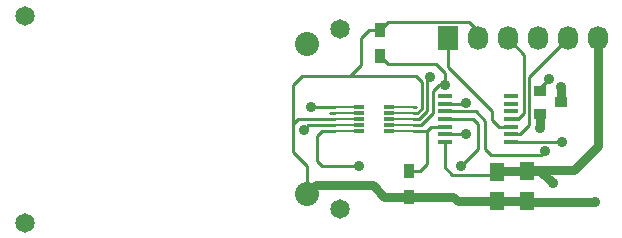
<source format=gtl>
%FSLAX46Y46*%
G04 Gerber Fmt 4.6, Leading zero omitted, Abs format (unit mm)*
G04 Created by KiCad (PCBNEW (2014-jul-16 BZR unknown)-product) date Fri 27 Mar 2015 10:35:30 AM EDT*
%MOMM*%
G01*
G04 APERTURE LIST*
%ADD10C,0.100000*%
%ADD11R,1.250000X1.500000*%
%ADD12R,1.300480X0.299720*%
%ADD13C,2.032000*%
%ADD14C,1.651000*%
%ADD15R,0.900000X1.200000*%
%ADD16R,0.825000X0.300000*%
%ADD17R,1.727200X2.032000*%
%ADD18O,1.727200X2.032000*%
%ADD19R,1.000760X0.822960*%
%ADD20C,0.889000*%
%ADD21C,0.762000*%
%ADD22C,0.254000*%
%ADD23C,0.152400*%
G04 APERTURE END LIST*
D10*
D11*
X182499000Y-84422300D03*
X182499000Y-81922300D03*
X185013600Y-84371500D03*
X185013600Y-81871500D03*
D12*
X183642000Y-79400400D03*
X183642000Y-78765400D03*
X183642000Y-78105000D03*
X183642000Y-77470000D03*
X183642000Y-76809600D03*
X183642000Y-76161900D03*
X183642000Y-75514200D03*
X178054000Y-75514200D03*
X178054000Y-76161900D03*
X178054000Y-76809600D03*
X178054000Y-77470000D03*
X178054000Y-78117700D03*
X178054000Y-78765400D03*
X178054000Y-79413100D03*
D13*
X166370000Y-83820000D03*
X166370000Y-71120000D03*
D14*
X142494000Y-86233000D03*
X142494000Y-68707000D03*
D15*
X172593000Y-69893000D03*
X172593000Y-72093000D03*
X175006000Y-84031000D03*
X175006000Y-81831000D03*
D16*
X173325000Y-76470000D03*
X173325000Y-76970000D03*
X173325000Y-77470000D03*
X173325000Y-77970000D03*
X173325000Y-78470000D03*
X170845000Y-78470000D03*
X170845000Y-77970000D03*
X170845000Y-77470000D03*
X170845000Y-76970000D03*
X170845000Y-76470000D03*
D14*
X169164000Y-69850000D03*
X169164000Y-85090000D03*
D17*
X178308000Y-70612000D03*
D18*
X180848000Y-70612000D03*
X183388000Y-70612000D03*
X185928000Y-70612000D03*
X188468000Y-70612000D03*
X191008000Y-70612000D03*
D19*
X186095640Y-77012800D03*
X186095640Y-75107800D03*
X187871100Y-76060300D03*
D20*
X190754000Y-84455000D03*
X187960000Y-79375000D03*
X187210700Y-82918300D03*
X186118500Y-78206600D03*
X176784000Y-73914000D03*
X166116000Y-78359000D03*
X166751000Y-76454000D03*
X186928760Y-74038460D03*
X179832000Y-76073000D03*
X186563000Y-80137000D03*
X179451000Y-81407000D03*
X170815000Y-81407000D03*
X178054000Y-74549000D03*
X179832000Y-78740000D03*
X187883800Y-74739500D03*
D21*
X182499000Y-84422300D02*
X184962800Y-84422300D01*
X184962800Y-84422300D02*
X185013600Y-84371500D01*
X182486300Y-84435000D02*
X179177000Y-84435000D01*
X178773000Y-84031000D02*
X175006000Y-84031000D01*
X179177000Y-84435000D02*
X178773000Y-84031000D01*
X182486300Y-84435000D02*
X182499000Y-84422300D01*
X182549800Y-84371500D02*
X182499000Y-84422300D01*
X190754000Y-84455000D02*
X185097100Y-84455000D01*
X185097100Y-84455000D02*
X185013600Y-84371500D01*
X190754000Y-84455000D02*
X190734000Y-84435000D01*
D22*
X187934600Y-79400400D02*
X187960000Y-79375000D01*
X183388000Y-79400400D02*
X187934600Y-79400400D01*
X180848000Y-70612000D02*
X180848000Y-69977000D01*
X180848000Y-69977000D02*
X180086000Y-69215000D01*
X180086000Y-69215000D02*
X173271000Y-69215000D01*
X173271000Y-69215000D02*
X172593000Y-69893000D01*
X172593000Y-69893000D02*
X171661000Y-69893000D01*
X170942000Y-72898000D02*
X170053000Y-73787000D01*
X170942000Y-70612000D02*
X170942000Y-72898000D01*
X171661000Y-69893000D02*
X170942000Y-70612000D01*
X165989000Y-73787000D02*
X165227000Y-74549000D01*
X165227000Y-77851000D02*
X165227000Y-74549000D01*
X176149000Y-74295000D02*
X175641000Y-73787000D01*
X175641000Y-73787000D02*
X170053000Y-73787000D01*
X170053000Y-73787000D02*
X165989000Y-73787000D01*
X176149000Y-74295000D02*
X176149000Y-76581000D01*
X175760000Y-76970000D02*
X176149000Y-76581000D01*
D23*
X173325000Y-76970000D02*
X175387000Y-76970000D01*
D22*
X175387000Y-76970000D02*
X175760000Y-76970000D01*
X176149000Y-76581000D02*
X176149000Y-76200000D01*
D23*
X170845000Y-77470000D02*
X168783000Y-77470000D01*
D22*
X165608000Y-77470000D02*
X165227000Y-77851000D01*
X168783000Y-77470000D02*
X165608000Y-77470000D01*
X166370000Y-83820000D02*
X166370000Y-81407000D01*
X165227000Y-80264000D02*
X165227000Y-77851000D01*
X166370000Y-81407000D02*
X165227000Y-80264000D01*
D21*
X175006000Y-84031000D02*
X172931000Y-84031000D01*
X167132000Y-83058000D02*
X166370000Y-83820000D01*
X171958000Y-83058000D02*
X167132000Y-83058000D01*
X172931000Y-84031000D02*
X171958000Y-83058000D01*
X185013600Y-81871500D02*
X186163900Y-81871500D01*
X186163900Y-81871500D02*
X187210700Y-82918300D01*
D22*
X182252300Y-82169000D02*
X180314600Y-82169000D01*
X178054000Y-81534000D02*
X178054000Y-79413100D01*
X178054000Y-81534000D02*
X178689000Y-82169000D01*
X178689000Y-82169000D02*
X180314600Y-82169000D01*
X182252300Y-82169000D02*
X182499000Y-81922300D01*
D21*
X185013600Y-81871500D02*
X182549800Y-81871500D01*
X182549800Y-81871500D02*
X182499000Y-81922300D01*
X185097100Y-81788000D02*
X187337700Y-81788000D01*
X187337700Y-81788000D02*
X188976000Y-81788000D01*
X191008000Y-79756000D02*
X191008000Y-70612000D01*
X191008000Y-79756000D02*
X188976000Y-81788000D01*
X185097100Y-81788000D02*
X185013600Y-81871500D01*
X186118500Y-78206600D02*
X186118500Y-77000100D01*
X186118500Y-77000100D02*
X186108340Y-76989940D01*
D22*
X186108340Y-78196440D02*
X186118500Y-78206600D01*
X176555402Y-74422000D02*
X176555402Y-74142598D01*
X176555402Y-74142598D02*
X176784000Y-73914000D01*
X176555402Y-76200000D02*
X176555402Y-74422000D01*
X176555402Y-74422000D02*
X176555402Y-74396598D01*
X175895000Y-77470000D02*
X176555402Y-76809598D01*
X176555402Y-76809598D02*
X176555402Y-76200000D01*
D23*
X173325000Y-77470000D02*
X175387000Y-77470000D01*
D22*
X175387000Y-77470000D02*
X175895000Y-77470000D01*
X167648000Y-77970000D02*
X166505000Y-77970000D01*
D23*
X170845000Y-77970000D02*
X168783000Y-77978000D01*
D22*
X168783000Y-77978000D02*
X167648000Y-77970000D01*
X166505000Y-77970000D02*
X166116000Y-78359000D01*
D23*
X170845000Y-76470000D02*
X168783000Y-76470000D01*
D22*
X168783000Y-76470000D02*
X166767000Y-76470000D01*
X166767000Y-76470000D02*
X166751000Y-76454000D01*
X183642000Y-77470000D02*
X184277000Y-77470000D01*
X184785000Y-72669400D02*
X184785000Y-72644000D01*
X184785000Y-76962000D02*
X184785000Y-72669400D01*
X184277000Y-77470000D02*
X184785000Y-76962000D01*
X184785000Y-72009000D02*
X183388000Y-70612000D01*
X184785000Y-72669400D02*
X184785000Y-72009000D01*
X186095640Y-75107800D02*
X186095640Y-74871580D01*
X186095640Y-74871580D02*
X186928760Y-74038460D01*
X186994800Y-74104500D02*
X186928760Y-74038460D01*
X178054000Y-76161900D02*
X179743100Y-76161900D01*
X179743100Y-76161900D02*
X179832000Y-76073000D01*
X179743100Y-76161900D02*
X179832000Y-76073000D01*
X181483000Y-80010000D02*
X181991000Y-80518000D01*
X181483000Y-80010000D02*
X181483000Y-77597000D01*
X177800000Y-76809600D02*
X180695600Y-76809600D01*
X180695600Y-76809600D02*
X181483000Y-77597000D01*
X186182000Y-80518000D02*
X186563000Y-80137000D01*
X181991000Y-80518000D02*
X186182000Y-80518000D01*
X178054000Y-77470000D02*
X180467000Y-77470000D01*
D23*
X168783000Y-78470000D02*
X170845000Y-78470000D01*
D22*
X167656000Y-78470000D02*
X168783000Y-78470000D01*
X167656000Y-78470000D02*
X167259000Y-78867000D01*
X167259000Y-78867000D02*
X167259000Y-81026000D01*
X167259000Y-81026000D02*
X167640000Y-81407000D01*
X167640000Y-81407000D02*
X170815000Y-81407000D01*
X180848000Y-80010000D02*
X179451000Y-81407000D01*
X180848000Y-77851000D02*
X180848000Y-80010000D01*
X180467000Y-77470000D02*
X180848000Y-77851000D01*
X175006000Y-81831000D02*
X175979000Y-81831000D01*
X176546000Y-81264000D02*
X176546000Y-78470000D01*
X175979000Y-81831000D02*
X176546000Y-81264000D01*
D23*
X173325000Y-78470000D02*
X174355000Y-78470000D01*
D22*
X175387000Y-78470000D02*
X176546000Y-78470000D01*
D23*
X174355000Y-78470000D02*
X175387000Y-78470000D01*
D22*
X176898300Y-78117700D02*
X178054000Y-78117700D01*
X176546000Y-78470000D02*
X176898300Y-78117700D01*
X178054000Y-74549000D02*
X178054000Y-73533000D01*
X173271000Y-72771000D02*
X172593000Y-72093000D01*
X177292000Y-72771000D02*
X173271000Y-72771000D01*
X178054000Y-73533000D02*
X177292000Y-72771000D01*
X177038000Y-75057000D02*
X177546000Y-74549000D01*
X177546000Y-74549000D02*
X178054000Y-74549000D01*
D23*
X173325000Y-77970000D02*
X175387000Y-77970000D01*
D22*
X175387000Y-77970000D02*
X176030000Y-77970000D01*
X177038000Y-76962000D02*
X177038000Y-76200000D01*
X176030000Y-77970000D02*
X177038000Y-76962000D01*
X177038000Y-76200000D02*
X177038000Y-75057000D01*
X179806600Y-78765400D02*
X178054000Y-78765400D01*
X179832000Y-78740000D02*
X179806600Y-78765400D01*
D21*
X187871100Y-76060300D02*
X187871100Y-74752200D01*
X187871100Y-74752200D02*
X187883800Y-74739500D01*
D23*
X173325000Y-76470000D02*
X175387000Y-76470000D01*
D22*
X175387000Y-76470000D02*
X175625000Y-76470000D01*
X175625000Y-76470000D02*
X175641000Y-76454000D01*
D23*
X170845000Y-76970000D02*
X168783000Y-76970000D01*
D22*
X168783000Y-76970000D02*
X168402000Y-76970000D01*
X168402000Y-76970000D02*
X168394000Y-76962000D01*
X183642000Y-78105000D02*
X182676800Y-78105000D01*
X178308000Y-73025000D02*
X182092600Y-76809600D01*
X178308000Y-73025000D02*
X178308000Y-70612000D01*
X182092600Y-77520800D02*
X182092600Y-76809600D01*
X182676800Y-78105000D02*
X182092600Y-77520800D01*
X183642000Y-78765400D02*
X184429400Y-78765400D01*
X185191402Y-78003398D02*
X185191402Y-74726800D01*
X184429400Y-78765400D02*
X185191402Y-78003398D01*
X185191402Y-74726800D02*
X185191402Y-74676000D01*
X185191402Y-74726800D02*
X185191402Y-73888598D01*
X185191402Y-73888598D02*
X188468000Y-70612000D01*
M02*

</source>
